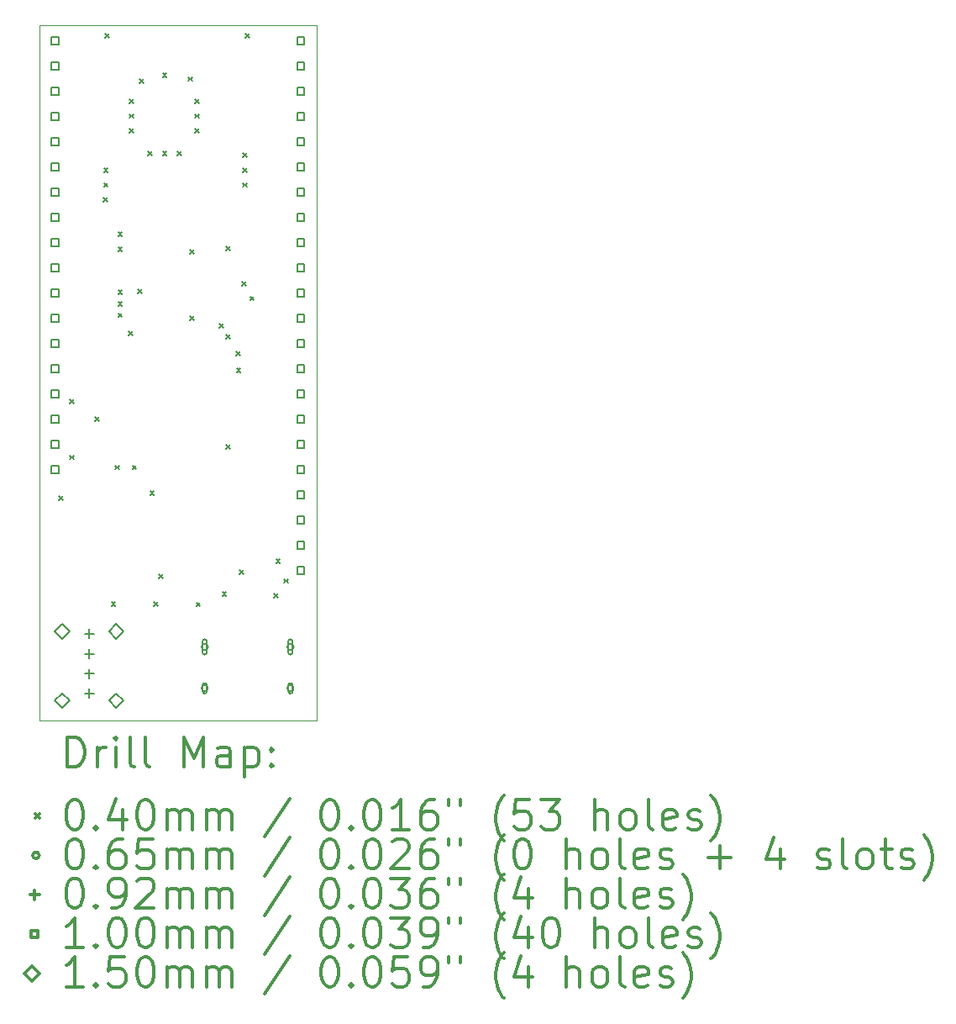
<source format=gbr>
%FSLAX45Y45*%
G04 Gerber Fmt 4.5, Leading zero omitted, Abs format (unit mm)*
G04 Created by KiCad (PCBNEW 5.1.9-73d0e3b20d~88~ubuntu20.04.1) date 2021-03-20 23:28:36*
%MOMM*%
%LPD*%
G01*
G04 APERTURE LIST*
%TA.AperFunction,Profile*%
%ADD10C,0.100000*%
%TD*%
%ADD11C,0.200000*%
%ADD12C,0.300000*%
G04 APERTURE END LIST*
D10*
X16480000Y-6710000D02*
X16480000Y-13710000D01*
X13690000Y-6710000D02*
X16480000Y-6710000D01*
X13690000Y-13710000D02*
X13690000Y-6710000D01*
X16480000Y-13710000D02*
X13690000Y-13710000D01*
D11*
X13884976Y-11453434D02*
X13924976Y-11493434D01*
X13924976Y-11453434D02*
X13884976Y-11493434D01*
X13997000Y-11042000D02*
X14037000Y-11082000D01*
X14037000Y-11042000D02*
X13997000Y-11082000D01*
X13997000Y-10479000D02*
X14037000Y-10519000D01*
X14037000Y-10479000D02*
X13997000Y-10519000D01*
X14247000Y-10656000D02*
X14287000Y-10696000D01*
X14287000Y-10656000D02*
X14247000Y-10696000D01*
X14335064Y-8450138D02*
X14375064Y-8490138D01*
X14375064Y-8450138D02*
X14335064Y-8490138D01*
X14336080Y-8149910D02*
X14376080Y-8189910D01*
X14376080Y-8149910D02*
X14336080Y-8189910D01*
X14336080Y-8300024D02*
X14376080Y-8340024D01*
X14376080Y-8300024D02*
X14336080Y-8340024D01*
X14352690Y-6800000D02*
X14392690Y-6840000D01*
X14392690Y-6800000D02*
X14352690Y-6840000D01*
X14412500Y-12520500D02*
X14452500Y-12560500D01*
X14452500Y-12520500D02*
X14412500Y-12560500D01*
X14449000Y-11144000D02*
X14489000Y-11184000D01*
X14489000Y-11144000D02*
X14449000Y-11184000D01*
X14480793Y-8794207D02*
X14520793Y-8834207D01*
X14520793Y-8794207D02*
X14480793Y-8834207D01*
X14480793Y-8946793D02*
X14520793Y-8986793D01*
X14520793Y-8946793D02*
X14480793Y-8986793D01*
X14480793Y-9376793D02*
X14520793Y-9416793D01*
X14520793Y-9376793D02*
X14480793Y-9416793D01*
X14480793Y-9495000D02*
X14520793Y-9535000D01*
X14520793Y-9495000D02*
X14480793Y-9535000D01*
X14480793Y-9613207D02*
X14520793Y-9653207D01*
X14520793Y-9613207D02*
X14480793Y-9653207D01*
X14590000Y-9795000D02*
X14630000Y-9835000D01*
X14630000Y-9795000D02*
X14590000Y-9835000D01*
X14598000Y-7455000D02*
X14638000Y-7495000D01*
X14638000Y-7455000D02*
X14598000Y-7495000D01*
X14598000Y-7605000D02*
X14638000Y-7645000D01*
X14638000Y-7605000D02*
X14598000Y-7645000D01*
X14598000Y-7755000D02*
X14638000Y-7795000D01*
X14638000Y-7755000D02*
X14598000Y-7795000D01*
X14625738Y-11144684D02*
X14665738Y-11184684D01*
X14665738Y-11144684D02*
X14625738Y-11184684D01*
X14678000Y-9372000D02*
X14718000Y-9412000D01*
X14718000Y-9372000D02*
X14678000Y-9412000D01*
X14699000Y-7255000D02*
X14739000Y-7295000D01*
X14739000Y-7255000D02*
X14699000Y-7295000D01*
X14781000Y-7981000D02*
X14821000Y-8021000D01*
X14821000Y-7981000D02*
X14781000Y-8021000D01*
X14802000Y-11402000D02*
X14842000Y-11442000D01*
X14842000Y-11402000D02*
X14802000Y-11442000D01*
X14839500Y-12521500D02*
X14879500Y-12561500D01*
X14879500Y-12521500D02*
X14839500Y-12561500D01*
X14891000Y-12240000D02*
X14931000Y-12280000D01*
X14931000Y-12240000D02*
X14891000Y-12280000D01*
X14930000Y-7195000D02*
X14970000Y-7235000D01*
X14970000Y-7195000D02*
X14930000Y-7235000D01*
X14931000Y-7981000D02*
X14971000Y-8021000D01*
X14971000Y-7981000D02*
X14931000Y-8021000D01*
X15081000Y-7981000D02*
X15121000Y-8021000D01*
X15121000Y-7981000D02*
X15081000Y-8021000D01*
X15187000Y-7233000D02*
X15227000Y-7273000D01*
X15227000Y-7233000D02*
X15187000Y-7273000D01*
X15204000Y-9639500D02*
X15244000Y-9679500D01*
X15244000Y-9639500D02*
X15204000Y-9679500D01*
X15206000Y-8972000D02*
X15246000Y-9012000D01*
X15246000Y-8972000D02*
X15206000Y-9012000D01*
X15253000Y-7755000D02*
X15293000Y-7795000D01*
X15293000Y-7755000D02*
X15253000Y-7795000D01*
X15253100Y-7605000D02*
X15293100Y-7645000D01*
X15293100Y-7605000D02*
X15253100Y-7645000D01*
X15254000Y-7455000D02*
X15294000Y-7495000D01*
X15294000Y-7455000D02*
X15254000Y-7495000D01*
X15268000Y-12525000D02*
X15308000Y-12565000D01*
X15308000Y-12525000D02*
X15268000Y-12565000D01*
X15499000Y-9721000D02*
X15539000Y-9761000D01*
X15539000Y-9721000D02*
X15499000Y-9761000D01*
X15530000Y-12416000D02*
X15570000Y-12456000D01*
X15570000Y-12416000D02*
X15530000Y-12456000D01*
X15569000Y-8938000D02*
X15609000Y-8978000D01*
X15609000Y-8938000D02*
X15569000Y-8978000D01*
X15572000Y-9829000D02*
X15612000Y-9869000D01*
X15612000Y-9829000D02*
X15572000Y-9869000D01*
X15572000Y-10940000D02*
X15612000Y-10980000D01*
X15612000Y-10940000D02*
X15572000Y-10980000D01*
X15673000Y-9995000D02*
X15713000Y-10035000D01*
X15713000Y-9995000D02*
X15673000Y-10035000D01*
X15675000Y-10167000D02*
X15715000Y-10207000D01*
X15715000Y-10167000D02*
X15675000Y-10207000D01*
X15707000Y-12196000D02*
X15747000Y-12236000D01*
X15747000Y-12196000D02*
X15707000Y-12236000D01*
X15727000Y-9295000D02*
X15767000Y-9335000D01*
X15767000Y-9295000D02*
X15727000Y-9335000D01*
X15738414Y-7999796D02*
X15778414Y-8039796D01*
X15778414Y-7999796D02*
X15738414Y-8039796D01*
X15738414Y-8149910D02*
X15778414Y-8189910D01*
X15778414Y-8149910D02*
X15738414Y-8189910D01*
X15738414Y-8299770D02*
X15778414Y-8339770D01*
X15778414Y-8299770D02*
X15738414Y-8339770D01*
X15761174Y-6800000D02*
X15801174Y-6840000D01*
X15801174Y-6800000D02*
X15761174Y-6840000D01*
X15811000Y-9442000D02*
X15851000Y-9482000D01*
X15851000Y-9442000D02*
X15811000Y-9482000D01*
X16051000Y-12437000D02*
X16091000Y-12477000D01*
X16091000Y-12437000D02*
X16051000Y-12477000D01*
X16072000Y-12087000D02*
X16112000Y-12127000D01*
X16112000Y-12087000D02*
X16072000Y-12127000D01*
X16151498Y-12287502D02*
X16191498Y-12327502D01*
X16191498Y-12287502D02*
X16151498Y-12327502D01*
X15386500Y-12972000D02*
G75*
G03*
X15386500Y-12972000I-32500J0D01*
G01*
X15331500Y-12917000D02*
X15331500Y-13027000D01*
X15376500Y-12917000D02*
X15376500Y-13027000D01*
X15331500Y-13027000D02*
G75*
G03*
X15376500Y-13027000I22500J0D01*
G01*
X15376500Y-12917000D02*
G75*
G03*
X15331500Y-12917000I-22500J0D01*
G01*
X15386500Y-13390000D02*
G75*
G03*
X15386500Y-13390000I-32500J0D01*
G01*
X15331500Y-13360000D02*
X15331500Y-13420000D01*
X15376500Y-13360000D02*
X15376500Y-13420000D01*
X15331500Y-13420000D02*
G75*
G03*
X15376500Y-13420000I22500J0D01*
G01*
X15376500Y-13360000D02*
G75*
G03*
X15331500Y-13360000I-22500J0D01*
G01*
X16250500Y-12972000D02*
G75*
G03*
X16250500Y-12972000I-32500J0D01*
G01*
X16195500Y-12917000D02*
X16195500Y-13027000D01*
X16240500Y-12917000D02*
X16240500Y-13027000D01*
X16195500Y-13027000D02*
G75*
G03*
X16240500Y-13027000I22500J0D01*
G01*
X16240500Y-12917000D02*
G75*
G03*
X16195500Y-12917000I-22500J0D01*
G01*
X16250500Y-13390000D02*
G75*
G03*
X16250500Y-13390000I-32500J0D01*
G01*
X16195500Y-13360000D02*
X16195500Y-13420000D01*
X16240500Y-13360000D02*
X16240500Y-13420000D01*
X16195500Y-13420000D02*
G75*
G03*
X16240500Y-13420000I22500J0D01*
G01*
X16240500Y-13360000D02*
G75*
G03*
X16195500Y-13360000I-22500J0D01*
G01*
X14190000Y-12794000D02*
X14190000Y-12886000D01*
X14144000Y-12840000D02*
X14236000Y-12840000D01*
X14190000Y-12994000D02*
X14190000Y-13086000D01*
X14144000Y-13040000D02*
X14236000Y-13040000D01*
X14190000Y-13194000D02*
X14190000Y-13286000D01*
X14144000Y-13240000D02*
X14236000Y-13240000D01*
X14190000Y-13394000D02*
X14190000Y-13486000D01*
X14144000Y-13440000D02*
X14236000Y-13440000D01*
X13880356Y-6902856D02*
X13880356Y-6832144D01*
X13809644Y-6832144D01*
X13809644Y-6902856D01*
X13880356Y-6902856D01*
X13880356Y-7156856D02*
X13880356Y-7086144D01*
X13809644Y-7086144D01*
X13809644Y-7156856D01*
X13880356Y-7156856D01*
X13880356Y-7410856D02*
X13880356Y-7340144D01*
X13809644Y-7340144D01*
X13809644Y-7410856D01*
X13880356Y-7410856D01*
X13880356Y-7664856D02*
X13880356Y-7594144D01*
X13809644Y-7594144D01*
X13809644Y-7664856D01*
X13880356Y-7664856D01*
X13880356Y-7918856D02*
X13880356Y-7848144D01*
X13809644Y-7848144D01*
X13809644Y-7918856D01*
X13880356Y-7918856D01*
X13880356Y-8172856D02*
X13880356Y-8102144D01*
X13809644Y-8102144D01*
X13809644Y-8172856D01*
X13880356Y-8172856D01*
X13880356Y-8426856D02*
X13880356Y-8356144D01*
X13809644Y-8356144D01*
X13809644Y-8426856D01*
X13880356Y-8426856D01*
X13880356Y-8680856D02*
X13880356Y-8610144D01*
X13809644Y-8610144D01*
X13809644Y-8680856D01*
X13880356Y-8680856D01*
X13880356Y-8934856D02*
X13880356Y-8864144D01*
X13809644Y-8864144D01*
X13809644Y-8934856D01*
X13880356Y-8934856D01*
X13880356Y-9188856D02*
X13880356Y-9118144D01*
X13809644Y-9118144D01*
X13809644Y-9188856D01*
X13880356Y-9188856D01*
X13880356Y-9442856D02*
X13880356Y-9372144D01*
X13809644Y-9372144D01*
X13809644Y-9442856D01*
X13880356Y-9442856D01*
X13880356Y-9696856D02*
X13880356Y-9626144D01*
X13809644Y-9626144D01*
X13809644Y-9696856D01*
X13880356Y-9696856D01*
X13880356Y-9950856D02*
X13880356Y-9880144D01*
X13809644Y-9880144D01*
X13809644Y-9950856D01*
X13880356Y-9950856D01*
X13880356Y-10204856D02*
X13880356Y-10134144D01*
X13809644Y-10134144D01*
X13809644Y-10204856D01*
X13880356Y-10204856D01*
X13880356Y-10458856D02*
X13880356Y-10388144D01*
X13809644Y-10388144D01*
X13809644Y-10458856D01*
X13880356Y-10458856D01*
X13880356Y-10712856D02*
X13880356Y-10642144D01*
X13809644Y-10642144D01*
X13809644Y-10712856D01*
X13880356Y-10712856D01*
X13880356Y-10966856D02*
X13880356Y-10896144D01*
X13809644Y-10896144D01*
X13809644Y-10966856D01*
X13880356Y-10966856D01*
X13880356Y-11220856D02*
X13880356Y-11150144D01*
X13809644Y-11150144D01*
X13809644Y-11220856D01*
X13880356Y-11220856D01*
X16359356Y-6902856D02*
X16359356Y-6832144D01*
X16288644Y-6832144D01*
X16288644Y-6902856D01*
X16359356Y-6902856D01*
X16359356Y-7156856D02*
X16359356Y-7086144D01*
X16288644Y-7086144D01*
X16288644Y-7156856D01*
X16359356Y-7156856D01*
X16359356Y-7410856D02*
X16359356Y-7340144D01*
X16288644Y-7340144D01*
X16288644Y-7410856D01*
X16359356Y-7410856D01*
X16359356Y-7664856D02*
X16359356Y-7594144D01*
X16288644Y-7594144D01*
X16288644Y-7664856D01*
X16359356Y-7664856D01*
X16359356Y-7918856D02*
X16359356Y-7848144D01*
X16288644Y-7848144D01*
X16288644Y-7918856D01*
X16359356Y-7918856D01*
X16359356Y-8172856D02*
X16359356Y-8102144D01*
X16288644Y-8102144D01*
X16288644Y-8172856D01*
X16359356Y-8172856D01*
X16359356Y-8426856D02*
X16359356Y-8356144D01*
X16288644Y-8356144D01*
X16288644Y-8426856D01*
X16359356Y-8426856D01*
X16359356Y-8680856D02*
X16359356Y-8610144D01*
X16288644Y-8610144D01*
X16288644Y-8680856D01*
X16359356Y-8680856D01*
X16359356Y-8934856D02*
X16359356Y-8864144D01*
X16288644Y-8864144D01*
X16288644Y-8934856D01*
X16359356Y-8934856D01*
X16359356Y-9188856D02*
X16359356Y-9118144D01*
X16288644Y-9118144D01*
X16288644Y-9188856D01*
X16359356Y-9188856D01*
X16359356Y-9442856D02*
X16359356Y-9372144D01*
X16288644Y-9372144D01*
X16288644Y-9442856D01*
X16359356Y-9442856D01*
X16359356Y-9696856D02*
X16359356Y-9626144D01*
X16288644Y-9626144D01*
X16288644Y-9696856D01*
X16359356Y-9696856D01*
X16359356Y-9950856D02*
X16359356Y-9880144D01*
X16288644Y-9880144D01*
X16288644Y-9950856D01*
X16359356Y-9950856D01*
X16359356Y-10204856D02*
X16359356Y-10134144D01*
X16288644Y-10134144D01*
X16288644Y-10204856D01*
X16359356Y-10204856D01*
X16359356Y-10458856D02*
X16359356Y-10388144D01*
X16288644Y-10388144D01*
X16288644Y-10458856D01*
X16359356Y-10458856D01*
X16359356Y-10712856D02*
X16359356Y-10642144D01*
X16288644Y-10642144D01*
X16288644Y-10712856D01*
X16359356Y-10712856D01*
X16359356Y-10966856D02*
X16359356Y-10896144D01*
X16288644Y-10896144D01*
X16288644Y-10966856D01*
X16359356Y-10966856D01*
X16359356Y-11220856D02*
X16359356Y-11150144D01*
X16288644Y-11150144D01*
X16288644Y-11220856D01*
X16359356Y-11220856D01*
X16359356Y-11474856D02*
X16359356Y-11404144D01*
X16288644Y-11404144D01*
X16288644Y-11474856D01*
X16359356Y-11474856D01*
X16359356Y-11728856D02*
X16359356Y-11658144D01*
X16288644Y-11658144D01*
X16288644Y-11728856D01*
X16359356Y-11728856D01*
X16359356Y-11982856D02*
X16359356Y-11912144D01*
X16288644Y-11912144D01*
X16288644Y-11982856D01*
X16359356Y-11982856D01*
X16359356Y-12236856D02*
X16359356Y-12166144D01*
X16288644Y-12166144D01*
X16288644Y-12236856D01*
X16359356Y-12236856D01*
X13918000Y-12888000D02*
X13993000Y-12813000D01*
X13918000Y-12738000D01*
X13843000Y-12813000D01*
X13918000Y-12888000D01*
X13918000Y-13588000D02*
X13993000Y-13513000D01*
X13918000Y-13438000D01*
X13843000Y-13513000D01*
X13918000Y-13588000D01*
X14462000Y-12888000D02*
X14537000Y-12813000D01*
X14462000Y-12738000D01*
X14387000Y-12813000D01*
X14462000Y-12888000D01*
X14462000Y-13588000D02*
X14537000Y-13513000D01*
X14462000Y-13438000D01*
X14387000Y-13513000D01*
X14462000Y-13588000D01*
D12*
X13971428Y-14180714D02*
X13971428Y-13880714D01*
X14042857Y-13880714D01*
X14085714Y-13895000D01*
X14114286Y-13923571D01*
X14128571Y-13952143D01*
X14142857Y-14009286D01*
X14142857Y-14052143D01*
X14128571Y-14109286D01*
X14114286Y-14137857D01*
X14085714Y-14166429D01*
X14042857Y-14180714D01*
X13971428Y-14180714D01*
X14271428Y-14180714D02*
X14271428Y-13980714D01*
X14271428Y-14037857D02*
X14285714Y-14009286D01*
X14300000Y-13995000D01*
X14328571Y-13980714D01*
X14357143Y-13980714D01*
X14457143Y-14180714D02*
X14457143Y-13980714D01*
X14457143Y-13880714D02*
X14442857Y-13895000D01*
X14457143Y-13909286D01*
X14471428Y-13895000D01*
X14457143Y-13880714D01*
X14457143Y-13909286D01*
X14642857Y-14180714D02*
X14614286Y-14166429D01*
X14600000Y-14137857D01*
X14600000Y-13880714D01*
X14800000Y-14180714D02*
X14771428Y-14166429D01*
X14757143Y-14137857D01*
X14757143Y-13880714D01*
X15142857Y-14180714D02*
X15142857Y-13880714D01*
X15242857Y-14095000D01*
X15342857Y-13880714D01*
X15342857Y-14180714D01*
X15614286Y-14180714D02*
X15614286Y-14023571D01*
X15600000Y-13995000D01*
X15571428Y-13980714D01*
X15514286Y-13980714D01*
X15485714Y-13995000D01*
X15614286Y-14166429D02*
X15585714Y-14180714D01*
X15514286Y-14180714D01*
X15485714Y-14166429D01*
X15471428Y-14137857D01*
X15471428Y-14109286D01*
X15485714Y-14080714D01*
X15514286Y-14066429D01*
X15585714Y-14066429D01*
X15614286Y-14052143D01*
X15757143Y-13980714D02*
X15757143Y-14280714D01*
X15757143Y-13995000D02*
X15785714Y-13980714D01*
X15842857Y-13980714D01*
X15871428Y-13995000D01*
X15885714Y-14009286D01*
X15900000Y-14037857D01*
X15900000Y-14123571D01*
X15885714Y-14152143D01*
X15871428Y-14166429D01*
X15842857Y-14180714D01*
X15785714Y-14180714D01*
X15757143Y-14166429D01*
X16028571Y-14152143D02*
X16042857Y-14166429D01*
X16028571Y-14180714D01*
X16014286Y-14166429D01*
X16028571Y-14152143D01*
X16028571Y-14180714D01*
X16028571Y-13995000D02*
X16042857Y-14009286D01*
X16028571Y-14023571D01*
X16014286Y-14009286D01*
X16028571Y-13995000D01*
X16028571Y-14023571D01*
X13645000Y-14655000D02*
X13685000Y-14695000D01*
X13685000Y-14655000D02*
X13645000Y-14695000D01*
X14028571Y-14510714D02*
X14057143Y-14510714D01*
X14085714Y-14525000D01*
X14100000Y-14539286D01*
X14114286Y-14567857D01*
X14128571Y-14625000D01*
X14128571Y-14696429D01*
X14114286Y-14753571D01*
X14100000Y-14782143D01*
X14085714Y-14796429D01*
X14057143Y-14810714D01*
X14028571Y-14810714D01*
X14000000Y-14796429D01*
X13985714Y-14782143D01*
X13971428Y-14753571D01*
X13957143Y-14696429D01*
X13957143Y-14625000D01*
X13971428Y-14567857D01*
X13985714Y-14539286D01*
X14000000Y-14525000D01*
X14028571Y-14510714D01*
X14257143Y-14782143D02*
X14271428Y-14796429D01*
X14257143Y-14810714D01*
X14242857Y-14796429D01*
X14257143Y-14782143D01*
X14257143Y-14810714D01*
X14528571Y-14610714D02*
X14528571Y-14810714D01*
X14457143Y-14496429D02*
X14385714Y-14710714D01*
X14571428Y-14710714D01*
X14742857Y-14510714D02*
X14771428Y-14510714D01*
X14800000Y-14525000D01*
X14814286Y-14539286D01*
X14828571Y-14567857D01*
X14842857Y-14625000D01*
X14842857Y-14696429D01*
X14828571Y-14753571D01*
X14814286Y-14782143D01*
X14800000Y-14796429D01*
X14771428Y-14810714D01*
X14742857Y-14810714D01*
X14714286Y-14796429D01*
X14700000Y-14782143D01*
X14685714Y-14753571D01*
X14671428Y-14696429D01*
X14671428Y-14625000D01*
X14685714Y-14567857D01*
X14700000Y-14539286D01*
X14714286Y-14525000D01*
X14742857Y-14510714D01*
X14971428Y-14810714D02*
X14971428Y-14610714D01*
X14971428Y-14639286D02*
X14985714Y-14625000D01*
X15014286Y-14610714D01*
X15057143Y-14610714D01*
X15085714Y-14625000D01*
X15100000Y-14653571D01*
X15100000Y-14810714D01*
X15100000Y-14653571D02*
X15114286Y-14625000D01*
X15142857Y-14610714D01*
X15185714Y-14610714D01*
X15214286Y-14625000D01*
X15228571Y-14653571D01*
X15228571Y-14810714D01*
X15371428Y-14810714D02*
X15371428Y-14610714D01*
X15371428Y-14639286D02*
X15385714Y-14625000D01*
X15414286Y-14610714D01*
X15457143Y-14610714D01*
X15485714Y-14625000D01*
X15500000Y-14653571D01*
X15500000Y-14810714D01*
X15500000Y-14653571D02*
X15514286Y-14625000D01*
X15542857Y-14610714D01*
X15585714Y-14610714D01*
X15614286Y-14625000D01*
X15628571Y-14653571D01*
X15628571Y-14810714D01*
X16214286Y-14496429D02*
X15957143Y-14882143D01*
X16600000Y-14510714D02*
X16628571Y-14510714D01*
X16657143Y-14525000D01*
X16671428Y-14539286D01*
X16685714Y-14567857D01*
X16700000Y-14625000D01*
X16700000Y-14696429D01*
X16685714Y-14753571D01*
X16671428Y-14782143D01*
X16657143Y-14796429D01*
X16628571Y-14810714D01*
X16600000Y-14810714D01*
X16571428Y-14796429D01*
X16557143Y-14782143D01*
X16542857Y-14753571D01*
X16528571Y-14696429D01*
X16528571Y-14625000D01*
X16542857Y-14567857D01*
X16557143Y-14539286D01*
X16571428Y-14525000D01*
X16600000Y-14510714D01*
X16828571Y-14782143D02*
X16842857Y-14796429D01*
X16828571Y-14810714D01*
X16814286Y-14796429D01*
X16828571Y-14782143D01*
X16828571Y-14810714D01*
X17028571Y-14510714D02*
X17057143Y-14510714D01*
X17085714Y-14525000D01*
X17100000Y-14539286D01*
X17114286Y-14567857D01*
X17128571Y-14625000D01*
X17128571Y-14696429D01*
X17114286Y-14753571D01*
X17100000Y-14782143D01*
X17085714Y-14796429D01*
X17057143Y-14810714D01*
X17028571Y-14810714D01*
X17000000Y-14796429D01*
X16985714Y-14782143D01*
X16971428Y-14753571D01*
X16957143Y-14696429D01*
X16957143Y-14625000D01*
X16971428Y-14567857D01*
X16985714Y-14539286D01*
X17000000Y-14525000D01*
X17028571Y-14510714D01*
X17414286Y-14810714D02*
X17242857Y-14810714D01*
X17328571Y-14810714D02*
X17328571Y-14510714D01*
X17300000Y-14553571D01*
X17271428Y-14582143D01*
X17242857Y-14596429D01*
X17671428Y-14510714D02*
X17614286Y-14510714D01*
X17585714Y-14525000D01*
X17571428Y-14539286D01*
X17542857Y-14582143D01*
X17528571Y-14639286D01*
X17528571Y-14753571D01*
X17542857Y-14782143D01*
X17557143Y-14796429D01*
X17585714Y-14810714D01*
X17642857Y-14810714D01*
X17671428Y-14796429D01*
X17685714Y-14782143D01*
X17700000Y-14753571D01*
X17700000Y-14682143D01*
X17685714Y-14653571D01*
X17671428Y-14639286D01*
X17642857Y-14625000D01*
X17585714Y-14625000D01*
X17557143Y-14639286D01*
X17542857Y-14653571D01*
X17528571Y-14682143D01*
X17814286Y-14510714D02*
X17814286Y-14567857D01*
X17928571Y-14510714D02*
X17928571Y-14567857D01*
X18371428Y-14925000D02*
X18357143Y-14910714D01*
X18328571Y-14867857D01*
X18314286Y-14839286D01*
X18300000Y-14796429D01*
X18285714Y-14725000D01*
X18285714Y-14667857D01*
X18300000Y-14596429D01*
X18314286Y-14553571D01*
X18328571Y-14525000D01*
X18357143Y-14482143D01*
X18371428Y-14467857D01*
X18628571Y-14510714D02*
X18485714Y-14510714D01*
X18471428Y-14653571D01*
X18485714Y-14639286D01*
X18514286Y-14625000D01*
X18585714Y-14625000D01*
X18614286Y-14639286D01*
X18628571Y-14653571D01*
X18642857Y-14682143D01*
X18642857Y-14753571D01*
X18628571Y-14782143D01*
X18614286Y-14796429D01*
X18585714Y-14810714D01*
X18514286Y-14810714D01*
X18485714Y-14796429D01*
X18471428Y-14782143D01*
X18742857Y-14510714D02*
X18928571Y-14510714D01*
X18828571Y-14625000D01*
X18871428Y-14625000D01*
X18900000Y-14639286D01*
X18914286Y-14653571D01*
X18928571Y-14682143D01*
X18928571Y-14753571D01*
X18914286Y-14782143D01*
X18900000Y-14796429D01*
X18871428Y-14810714D01*
X18785714Y-14810714D01*
X18757143Y-14796429D01*
X18742857Y-14782143D01*
X19285714Y-14810714D02*
X19285714Y-14510714D01*
X19414286Y-14810714D02*
X19414286Y-14653571D01*
X19400000Y-14625000D01*
X19371428Y-14610714D01*
X19328571Y-14610714D01*
X19300000Y-14625000D01*
X19285714Y-14639286D01*
X19600000Y-14810714D02*
X19571428Y-14796429D01*
X19557143Y-14782143D01*
X19542857Y-14753571D01*
X19542857Y-14667857D01*
X19557143Y-14639286D01*
X19571428Y-14625000D01*
X19600000Y-14610714D01*
X19642857Y-14610714D01*
X19671428Y-14625000D01*
X19685714Y-14639286D01*
X19700000Y-14667857D01*
X19700000Y-14753571D01*
X19685714Y-14782143D01*
X19671428Y-14796429D01*
X19642857Y-14810714D01*
X19600000Y-14810714D01*
X19871428Y-14810714D02*
X19842857Y-14796429D01*
X19828571Y-14767857D01*
X19828571Y-14510714D01*
X20100000Y-14796429D02*
X20071428Y-14810714D01*
X20014286Y-14810714D01*
X19985714Y-14796429D01*
X19971428Y-14767857D01*
X19971428Y-14653571D01*
X19985714Y-14625000D01*
X20014286Y-14610714D01*
X20071428Y-14610714D01*
X20100000Y-14625000D01*
X20114286Y-14653571D01*
X20114286Y-14682143D01*
X19971428Y-14710714D01*
X20228571Y-14796429D02*
X20257143Y-14810714D01*
X20314286Y-14810714D01*
X20342857Y-14796429D01*
X20357143Y-14767857D01*
X20357143Y-14753571D01*
X20342857Y-14725000D01*
X20314286Y-14710714D01*
X20271428Y-14710714D01*
X20242857Y-14696429D01*
X20228571Y-14667857D01*
X20228571Y-14653571D01*
X20242857Y-14625000D01*
X20271428Y-14610714D01*
X20314286Y-14610714D01*
X20342857Y-14625000D01*
X20457143Y-14925000D02*
X20471428Y-14910714D01*
X20500000Y-14867857D01*
X20514286Y-14839286D01*
X20528571Y-14796429D01*
X20542857Y-14725000D01*
X20542857Y-14667857D01*
X20528571Y-14596429D01*
X20514286Y-14553571D01*
X20500000Y-14525000D01*
X20471428Y-14482143D01*
X20457143Y-14467857D01*
X13685000Y-15071000D02*
G75*
G03*
X13685000Y-15071000I-32500J0D01*
G01*
X14028571Y-14906714D02*
X14057143Y-14906714D01*
X14085714Y-14921000D01*
X14100000Y-14935286D01*
X14114286Y-14963857D01*
X14128571Y-15021000D01*
X14128571Y-15092429D01*
X14114286Y-15149571D01*
X14100000Y-15178143D01*
X14085714Y-15192429D01*
X14057143Y-15206714D01*
X14028571Y-15206714D01*
X14000000Y-15192429D01*
X13985714Y-15178143D01*
X13971428Y-15149571D01*
X13957143Y-15092429D01*
X13957143Y-15021000D01*
X13971428Y-14963857D01*
X13985714Y-14935286D01*
X14000000Y-14921000D01*
X14028571Y-14906714D01*
X14257143Y-15178143D02*
X14271428Y-15192429D01*
X14257143Y-15206714D01*
X14242857Y-15192429D01*
X14257143Y-15178143D01*
X14257143Y-15206714D01*
X14528571Y-14906714D02*
X14471428Y-14906714D01*
X14442857Y-14921000D01*
X14428571Y-14935286D01*
X14400000Y-14978143D01*
X14385714Y-15035286D01*
X14385714Y-15149571D01*
X14400000Y-15178143D01*
X14414286Y-15192429D01*
X14442857Y-15206714D01*
X14500000Y-15206714D01*
X14528571Y-15192429D01*
X14542857Y-15178143D01*
X14557143Y-15149571D01*
X14557143Y-15078143D01*
X14542857Y-15049571D01*
X14528571Y-15035286D01*
X14500000Y-15021000D01*
X14442857Y-15021000D01*
X14414286Y-15035286D01*
X14400000Y-15049571D01*
X14385714Y-15078143D01*
X14828571Y-14906714D02*
X14685714Y-14906714D01*
X14671428Y-15049571D01*
X14685714Y-15035286D01*
X14714286Y-15021000D01*
X14785714Y-15021000D01*
X14814286Y-15035286D01*
X14828571Y-15049571D01*
X14842857Y-15078143D01*
X14842857Y-15149571D01*
X14828571Y-15178143D01*
X14814286Y-15192429D01*
X14785714Y-15206714D01*
X14714286Y-15206714D01*
X14685714Y-15192429D01*
X14671428Y-15178143D01*
X14971428Y-15206714D02*
X14971428Y-15006714D01*
X14971428Y-15035286D02*
X14985714Y-15021000D01*
X15014286Y-15006714D01*
X15057143Y-15006714D01*
X15085714Y-15021000D01*
X15100000Y-15049571D01*
X15100000Y-15206714D01*
X15100000Y-15049571D02*
X15114286Y-15021000D01*
X15142857Y-15006714D01*
X15185714Y-15006714D01*
X15214286Y-15021000D01*
X15228571Y-15049571D01*
X15228571Y-15206714D01*
X15371428Y-15206714D02*
X15371428Y-15006714D01*
X15371428Y-15035286D02*
X15385714Y-15021000D01*
X15414286Y-15006714D01*
X15457143Y-15006714D01*
X15485714Y-15021000D01*
X15500000Y-15049571D01*
X15500000Y-15206714D01*
X15500000Y-15049571D02*
X15514286Y-15021000D01*
X15542857Y-15006714D01*
X15585714Y-15006714D01*
X15614286Y-15021000D01*
X15628571Y-15049571D01*
X15628571Y-15206714D01*
X16214286Y-14892429D02*
X15957143Y-15278143D01*
X16600000Y-14906714D02*
X16628571Y-14906714D01*
X16657143Y-14921000D01*
X16671428Y-14935286D01*
X16685714Y-14963857D01*
X16700000Y-15021000D01*
X16700000Y-15092429D01*
X16685714Y-15149571D01*
X16671428Y-15178143D01*
X16657143Y-15192429D01*
X16628571Y-15206714D01*
X16600000Y-15206714D01*
X16571428Y-15192429D01*
X16557143Y-15178143D01*
X16542857Y-15149571D01*
X16528571Y-15092429D01*
X16528571Y-15021000D01*
X16542857Y-14963857D01*
X16557143Y-14935286D01*
X16571428Y-14921000D01*
X16600000Y-14906714D01*
X16828571Y-15178143D02*
X16842857Y-15192429D01*
X16828571Y-15206714D01*
X16814286Y-15192429D01*
X16828571Y-15178143D01*
X16828571Y-15206714D01*
X17028571Y-14906714D02*
X17057143Y-14906714D01*
X17085714Y-14921000D01*
X17100000Y-14935286D01*
X17114286Y-14963857D01*
X17128571Y-15021000D01*
X17128571Y-15092429D01*
X17114286Y-15149571D01*
X17100000Y-15178143D01*
X17085714Y-15192429D01*
X17057143Y-15206714D01*
X17028571Y-15206714D01*
X17000000Y-15192429D01*
X16985714Y-15178143D01*
X16971428Y-15149571D01*
X16957143Y-15092429D01*
X16957143Y-15021000D01*
X16971428Y-14963857D01*
X16985714Y-14935286D01*
X17000000Y-14921000D01*
X17028571Y-14906714D01*
X17242857Y-14935286D02*
X17257143Y-14921000D01*
X17285714Y-14906714D01*
X17357143Y-14906714D01*
X17385714Y-14921000D01*
X17400000Y-14935286D01*
X17414286Y-14963857D01*
X17414286Y-14992429D01*
X17400000Y-15035286D01*
X17228571Y-15206714D01*
X17414286Y-15206714D01*
X17671428Y-14906714D02*
X17614286Y-14906714D01*
X17585714Y-14921000D01*
X17571428Y-14935286D01*
X17542857Y-14978143D01*
X17528571Y-15035286D01*
X17528571Y-15149571D01*
X17542857Y-15178143D01*
X17557143Y-15192429D01*
X17585714Y-15206714D01*
X17642857Y-15206714D01*
X17671428Y-15192429D01*
X17685714Y-15178143D01*
X17700000Y-15149571D01*
X17700000Y-15078143D01*
X17685714Y-15049571D01*
X17671428Y-15035286D01*
X17642857Y-15021000D01*
X17585714Y-15021000D01*
X17557143Y-15035286D01*
X17542857Y-15049571D01*
X17528571Y-15078143D01*
X17814286Y-14906714D02*
X17814286Y-14963857D01*
X17928571Y-14906714D02*
X17928571Y-14963857D01*
X18371428Y-15321000D02*
X18357143Y-15306714D01*
X18328571Y-15263857D01*
X18314286Y-15235286D01*
X18300000Y-15192429D01*
X18285714Y-15121000D01*
X18285714Y-15063857D01*
X18300000Y-14992429D01*
X18314286Y-14949571D01*
X18328571Y-14921000D01*
X18357143Y-14878143D01*
X18371428Y-14863857D01*
X18542857Y-14906714D02*
X18571428Y-14906714D01*
X18600000Y-14921000D01*
X18614286Y-14935286D01*
X18628571Y-14963857D01*
X18642857Y-15021000D01*
X18642857Y-15092429D01*
X18628571Y-15149571D01*
X18614286Y-15178143D01*
X18600000Y-15192429D01*
X18571428Y-15206714D01*
X18542857Y-15206714D01*
X18514286Y-15192429D01*
X18500000Y-15178143D01*
X18485714Y-15149571D01*
X18471428Y-15092429D01*
X18471428Y-15021000D01*
X18485714Y-14963857D01*
X18500000Y-14935286D01*
X18514286Y-14921000D01*
X18542857Y-14906714D01*
X19000000Y-15206714D02*
X19000000Y-14906714D01*
X19128571Y-15206714D02*
X19128571Y-15049571D01*
X19114286Y-15021000D01*
X19085714Y-15006714D01*
X19042857Y-15006714D01*
X19014286Y-15021000D01*
X19000000Y-15035286D01*
X19314286Y-15206714D02*
X19285714Y-15192429D01*
X19271428Y-15178143D01*
X19257143Y-15149571D01*
X19257143Y-15063857D01*
X19271428Y-15035286D01*
X19285714Y-15021000D01*
X19314286Y-15006714D01*
X19357143Y-15006714D01*
X19385714Y-15021000D01*
X19400000Y-15035286D01*
X19414286Y-15063857D01*
X19414286Y-15149571D01*
X19400000Y-15178143D01*
X19385714Y-15192429D01*
X19357143Y-15206714D01*
X19314286Y-15206714D01*
X19585714Y-15206714D02*
X19557143Y-15192429D01*
X19542857Y-15163857D01*
X19542857Y-14906714D01*
X19814286Y-15192429D02*
X19785714Y-15206714D01*
X19728571Y-15206714D01*
X19700000Y-15192429D01*
X19685714Y-15163857D01*
X19685714Y-15049571D01*
X19700000Y-15021000D01*
X19728571Y-15006714D01*
X19785714Y-15006714D01*
X19814286Y-15021000D01*
X19828571Y-15049571D01*
X19828571Y-15078143D01*
X19685714Y-15106714D01*
X19942857Y-15192429D02*
X19971428Y-15206714D01*
X20028571Y-15206714D01*
X20057143Y-15192429D01*
X20071428Y-15163857D01*
X20071428Y-15149571D01*
X20057143Y-15121000D01*
X20028571Y-15106714D01*
X19985714Y-15106714D01*
X19957143Y-15092429D01*
X19942857Y-15063857D01*
X19942857Y-15049571D01*
X19957143Y-15021000D01*
X19985714Y-15006714D01*
X20028571Y-15006714D01*
X20057143Y-15021000D01*
X20428571Y-15092429D02*
X20657143Y-15092429D01*
X20542857Y-15206714D02*
X20542857Y-14978143D01*
X21157143Y-15006714D02*
X21157143Y-15206714D01*
X21085714Y-14892429D02*
X21014286Y-15106714D01*
X21200000Y-15106714D01*
X21528571Y-15192429D02*
X21557143Y-15206714D01*
X21614286Y-15206714D01*
X21642857Y-15192429D01*
X21657143Y-15163857D01*
X21657143Y-15149571D01*
X21642857Y-15121000D01*
X21614286Y-15106714D01*
X21571428Y-15106714D01*
X21542857Y-15092429D01*
X21528571Y-15063857D01*
X21528571Y-15049571D01*
X21542857Y-15021000D01*
X21571428Y-15006714D01*
X21614286Y-15006714D01*
X21642857Y-15021000D01*
X21828571Y-15206714D02*
X21800000Y-15192429D01*
X21785714Y-15163857D01*
X21785714Y-14906714D01*
X21985714Y-15206714D02*
X21957143Y-15192429D01*
X21942857Y-15178143D01*
X21928571Y-15149571D01*
X21928571Y-15063857D01*
X21942857Y-15035286D01*
X21957143Y-15021000D01*
X21985714Y-15006714D01*
X22028571Y-15006714D01*
X22057143Y-15021000D01*
X22071428Y-15035286D01*
X22085714Y-15063857D01*
X22085714Y-15149571D01*
X22071428Y-15178143D01*
X22057143Y-15192429D01*
X22028571Y-15206714D01*
X21985714Y-15206714D01*
X22171428Y-15006714D02*
X22285714Y-15006714D01*
X22214286Y-14906714D02*
X22214286Y-15163857D01*
X22228571Y-15192429D01*
X22257143Y-15206714D01*
X22285714Y-15206714D01*
X22371428Y-15192429D02*
X22400000Y-15206714D01*
X22457143Y-15206714D01*
X22485714Y-15192429D01*
X22500000Y-15163857D01*
X22500000Y-15149571D01*
X22485714Y-15121000D01*
X22457143Y-15106714D01*
X22414286Y-15106714D01*
X22385714Y-15092429D01*
X22371428Y-15063857D01*
X22371428Y-15049571D01*
X22385714Y-15021000D01*
X22414286Y-15006714D01*
X22457143Y-15006714D01*
X22485714Y-15021000D01*
X22600000Y-15321000D02*
X22614286Y-15306714D01*
X22642857Y-15263857D01*
X22657143Y-15235286D01*
X22671428Y-15192429D01*
X22685714Y-15121000D01*
X22685714Y-15063857D01*
X22671428Y-14992429D01*
X22657143Y-14949571D01*
X22642857Y-14921000D01*
X22614286Y-14878143D01*
X22600000Y-14863857D01*
X13639000Y-15421000D02*
X13639000Y-15513000D01*
X13593000Y-15467000D02*
X13685000Y-15467000D01*
X14028571Y-15302714D02*
X14057143Y-15302714D01*
X14085714Y-15317000D01*
X14100000Y-15331286D01*
X14114286Y-15359857D01*
X14128571Y-15417000D01*
X14128571Y-15488429D01*
X14114286Y-15545571D01*
X14100000Y-15574143D01*
X14085714Y-15588429D01*
X14057143Y-15602714D01*
X14028571Y-15602714D01*
X14000000Y-15588429D01*
X13985714Y-15574143D01*
X13971428Y-15545571D01*
X13957143Y-15488429D01*
X13957143Y-15417000D01*
X13971428Y-15359857D01*
X13985714Y-15331286D01*
X14000000Y-15317000D01*
X14028571Y-15302714D01*
X14257143Y-15574143D02*
X14271428Y-15588429D01*
X14257143Y-15602714D01*
X14242857Y-15588429D01*
X14257143Y-15574143D01*
X14257143Y-15602714D01*
X14414286Y-15602714D02*
X14471428Y-15602714D01*
X14500000Y-15588429D01*
X14514286Y-15574143D01*
X14542857Y-15531286D01*
X14557143Y-15474143D01*
X14557143Y-15359857D01*
X14542857Y-15331286D01*
X14528571Y-15317000D01*
X14500000Y-15302714D01*
X14442857Y-15302714D01*
X14414286Y-15317000D01*
X14400000Y-15331286D01*
X14385714Y-15359857D01*
X14385714Y-15431286D01*
X14400000Y-15459857D01*
X14414286Y-15474143D01*
X14442857Y-15488429D01*
X14500000Y-15488429D01*
X14528571Y-15474143D01*
X14542857Y-15459857D01*
X14557143Y-15431286D01*
X14671428Y-15331286D02*
X14685714Y-15317000D01*
X14714286Y-15302714D01*
X14785714Y-15302714D01*
X14814286Y-15317000D01*
X14828571Y-15331286D01*
X14842857Y-15359857D01*
X14842857Y-15388429D01*
X14828571Y-15431286D01*
X14657143Y-15602714D01*
X14842857Y-15602714D01*
X14971428Y-15602714D02*
X14971428Y-15402714D01*
X14971428Y-15431286D02*
X14985714Y-15417000D01*
X15014286Y-15402714D01*
X15057143Y-15402714D01*
X15085714Y-15417000D01*
X15100000Y-15445571D01*
X15100000Y-15602714D01*
X15100000Y-15445571D02*
X15114286Y-15417000D01*
X15142857Y-15402714D01*
X15185714Y-15402714D01*
X15214286Y-15417000D01*
X15228571Y-15445571D01*
X15228571Y-15602714D01*
X15371428Y-15602714D02*
X15371428Y-15402714D01*
X15371428Y-15431286D02*
X15385714Y-15417000D01*
X15414286Y-15402714D01*
X15457143Y-15402714D01*
X15485714Y-15417000D01*
X15500000Y-15445571D01*
X15500000Y-15602714D01*
X15500000Y-15445571D02*
X15514286Y-15417000D01*
X15542857Y-15402714D01*
X15585714Y-15402714D01*
X15614286Y-15417000D01*
X15628571Y-15445571D01*
X15628571Y-15602714D01*
X16214286Y-15288429D02*
X15957143Y-15674143D01*
X16600000Y-15302714D02*
X16628571Y-15302714D01*
X16657143Y-15317000D01*
X16671428Y-15331286D01*
X16685714Y-15359857D01*
X16700000Y-15417000D01*
X16700000Y-15488429D01*
X16685714Y-15545571D01*
X16671428Y-15574143D01*
X16657143Y-15588429D01*
X16628571Y-15602714D01*
X16600000Y-15602714D01*
X16571428Y-15588429D01*
X16557143Y-15574143D01*
X16542857Y-15545571D01*
X16528571Y-15488429D01*
X16528571Y-15417000D01*
X16542857Y-15359857D01*
X16557143Y-15331286D01*
X16571428Y-15317000D01*
X16600000Y-15302714D01*
X16828571Y-15574143D02*
X16842857Y-15588429D01*
X16828571Y-15602714D01*
X16814286Y-15588429D01*
X16828571Y-15574143D01*
X16828571Y-15602714D01*
X17028571Y-15302714D02*
X17057143Y-15302714D01*
X17085714Y-15317000D01*
X17100000Y-15331286D01*
X17114286Y-15359857D01*
X17128571Y-15417000D01*
X17128571Y-15488429D01*
X17114286Y-15545571D01*
X17100000Y-15574143D01*
X17085714Y-15588429D01*
X17057143Y-15602714D01*
X17028571Y-15602714D01*
X17000000Y-15588429D01*
X16985714Y-15574143D01*
X16971428Y-15545571D01*
X16957143Y-15488429D01*
X16957143Y-15417000D01*
X16971428Y-15359857D01*
X16985714Y-15331286D01*
X17000000Y-15317000D01*
X17028571Y-15302714D01*
X17228571Y-15302714D02*
X17414286Y-15302714D01*
X17314286Y-15417000D01*
X17357143Y-15417000D01*
X17385714Y-15431286D01*
X17400000Y-15445571D01*
X17414286Y-15474143D01*
X17414286Y-15545571D01*
X17400000Y-15574143D01*
X17385714Y-15588429D01*
X17357143Y-15602714D01*
X17271428Y-15602714D01*
X17242857Y-15588429D01*
X17228571Y-15574143D01*
X17671428Y-15302714D02*
X17614286Y-15302714D01*
X17585714Y-15317000D01*
X17571428Y-15331286D01*
X17542857Y-15374143D01*
X17528571Y-15431286D01*
X17528571Y-15545571D01*
X17542857Y-15574143D01*
X17557143Y-15588429D01*
X17585714Y-15602714D01*
X17642857Y-15602714D01*
X17671428Y-15588429D01*
X17685714Y-15574143D01*
X17700000Y-15545571D01*
X17700000Y-15474143D01*
X17685714Y-15445571D01*
X17671428Y-15431286D01*
X17642857Y-15417000D01*
X17585714Y-15417000D01*
X17557143Y-15431286D01*
X17542857Y-15445571D01*
X17528571Y-15474143D01*
X17814286Y-15302714D02*
X17814286Y-15359857D01*
X17928571Y-15302714D02*
X17928571Y-15359857D01*
X18371428Y-15717000D02*
X18357143Y-15702714D01*
X18328571Y-15659857D01*
X18314286Y-15631286D01*
X18300000Y-15588429D01*
X18285714Y-15517000D01*
X18285714Y-15459857D01*
X18300000Y-15388429D01*
X18314286Y-15345571D01*
X18328571Y-15317000D01*
X18357143Y-15274143D01*
X18371428Y-15259857D01*
X18614286Y-15402714D02*
X18614286Y-15602714D01*
X18542857Y-15288429D02*
X18471428Y-15502714D01*
X18657143Y-15502714D01*
X19000000Y-15602714D02*
X19000000Y-15302714D01*
X19128571Y-15602714D02*
X19128571Y-15445571D01*
X19114286Y-15417000D01*
X19085714Y-15402714D01*
X19042857Y-15402714D01*
X19014286Y-15417000D01*
X19000000Y-15431286D01*
X19314286Y-15602714D02*
X19285714Y-15588429D01*
X19271428Y-15574143D01*
X19257143Y-15545571D01*
X19257143Y-15459857D01*
X19271428Y-15431286D01*
X19285714Y-15417000D01*
X19314286Y-15402714D01*
X19357143Y-15402714D01*
X19385714Y-15417000D01*
X19400000Y-15431286D01*
X19414286Y-15459857D01*
X19414286Y-15545571D01*
X19400000Y-15574143D01*
X19385714Y-15588429D01*
X19357143Y-15602714D01*
X19314286Y-15602714D01*
X19585714Y-15602714D02*
X19557143Y-15588429D01*
X19542857Y-15559857D01*
X19542857Y-15302714D01*
X19814286Y-15588429D02*
X19785714Y-15602714D01*
X19728571Y-15602714D01*
X19700000Y-15588429D01*
X19685714Y-15559857D01*
X19685714Y-15445571D01*
X19700000Y-15417000D01*
X19728571Y-15402714D01*
X19785714Y-15402714D01*
X19814286Y-15417000D01*
X19828571Y-15445571D01*
X19828571Y-15474143D01*
X19685714Y-15502714D01*
X19942857Y-15588429D02*
X19971428Y-15602714D01*
X20028571Y-15602714D01*
X20057143Y-15588429D01*
X20071428Y-15559857D01*
X20071428Y-15545571D01*
X20057143Y-15517000D01*
X20028571Y-15502714D01*
X19985714Y-15502714D01*
X19957143Y-15488429D01*
X19942857Y-15459857D01*
X19942857Y-15445571D01*
X19957143Y-15417000D01*
X19985714Y-15402714D01*
X20028571Y-15402714D01*
X20057143Y-15417000D01*
X20171428Y-15717000D02*
X20185714Y-15702714D01*
X20214286Y-15659857D01*
X20228571Y-15631286D01*
X20242857Y-15588429D01*
X20257143Y-15517000D01*
X20257143Y-15459857D01*
X20242857Y-15388429D01*
X20228571Y-15345571D01*
X20214286Y-15317000D01*
X20185714Y-15274143D01*
X20171428Y-15259857D01*
X13670356Y-15898356D02*
X13670356Y-15827644D01*
X13599644Y-15827644D01*
X13599644Y-15898356D01*
X13670356Y-15898356D01*
X14128571Y-15998714D02*
X13957143Y-15998714D01*
X14042857Y-15998714D02*
X14042857Y-15698714D01*
X14014286Y-15741571D01*
X13985714Y-15770143D01*
X13957143Y-15784429D01*
X14257143Y-15970143D02*
X14271428Y-15984429D01*
X14257143Y-15998714D01*
X14242857Y-15984429D01*
X14257143Y-15970143D01*
X14257143Y-15998714D01*
X14457143Y-15698714D02*
X14485714Y-15698714D01*
X14514286Y-15713000D01*
X14528571Y-15727286D01*
X14542857Y-15755857D01*
X14557143Y-15813000D01*
X14557143Y-15884429D01*
X14542857Y-15941571D01*
X14528571Y-15970143D01*
X14514286Y-15984429D01*
X14485714Y-15998714D01*
X14457143Y-15998714D01*
X14428571Y-15984429D01*
X14414286Y-15970143D01*
X14400000Y-15941571D01*
X14385714Y-15884429D01*
X14385714Y-15813000D01*
X14400000Y-15755857D01*
X14414286Y-15727286D01*
X14428571Y-15713000D01*
X14457143Y-15698714D01*
X14742857Y-15698714D02*
X14771428Y-15698714D01*
X14800000Y-15713000D01*
X14814286Y-15727286D01*
X14828571Y-15755857D01*
X14842857Y-15813000D01*
X14842857Y-15884429D01*
X14828571Y-15941571D01*
X14814286Y-15970143D01*
X14800000Y-15984429D01*
X14771428Y-15998714D01*
X14742857Y-15998714D01*
X14714286Y-15984429D01*
X14700000Y-15970143D01*
X14685714Y-15941571D01*
X14671428Y-15884429D01*
X14671428Y-15813000D01*
X14685714Y-15755857D01*
X14700000Y-15727286D01*
X14714286Y-15713000D01*
X14742857Y-15698714D01*
X14971428Y-15998714D02*
X14971428Y-15798714D01*
X14971428Y-15827286D02*
X14985714Y-15813000D01*
X15014286Y-15798714D01*
X15057143Y-15798714D01*
X15085714Y-15813000D01*
X15100000Y-15841571D01*
X15100000Y-15998714D01*
X15100000Y-15841571D02*
X15114286Y-15813000D01*
X15142857Y-15798714D01*
X15185714Y-15798714D01*
X15214286Y-15813000D01*
X15228571Y-15841571D01*
X15228571Y-15998714D01*
X15371428Y-15998714D02*
X15371428Y-15798714D01*
X15371428Y-15827286D02*
X15385714Y-15813000D01*
X15414286Y-15798714D01*
X15457143Y-15798714D01*
X15485714Y-15813000D01*
X15500000Y-15841571D01*
X15500000Y-15998714D01*
X15500000Y-15841571D02*
X15514286Y-15813000D01*
X15542857Y-15798714D01*
X15585714Y-15798714D01*
X15614286Y-15813000D01*
X15628571Y-15841571D01*
X15628571Y-15998714D01*
X16214286Y-15684429D02*
X15957143Y-16070143D01*
X16600000Y-15698714D02*
X16628571Y-15698714D01*
X16657143Y-15713000D01*
X16671428Y-15727286D01*
X16685714Y-15755857D01*
X16700000Y-15813000D01*
X16700000Y-15884429D01*
X16685714Y-15941571D01*
X16671428Y-15970143D01*
X16657143Y-15984429D01*
X16628571Y-15998714D01*
X16600000Y-15998714D01*
X16571428Y-15984429D01*
X16557143Y-15970143D01*
X16542857Y-15941571D01*
X16528571Y-15884429D01*
X16528571Y-15813000D01*
X16542857Y-15755857D01*
X16557143Y-15727286D01*
X16571428Y-15713000D01*
X16600000Y-15698714D01*
X16828571Y-15970143D02*
X16842857Y-15984429D01*
X16828571Y-15998714D01*
X16814286Y-15984429D01*
X16828571Y-15970143D01*
X16828571Y-15998714D01*
X17028571Y-15698714D02*
X17057143Y-15698714D01*
X17085714Y-15713000D01*
X17100000Y-15727286D01*
X17114286Y-15755857D01*
X17128571Y-15813000D01*
X17128571Y-15884429D01*
X17114286Y-15941571D01*
X17100000Y-15970143D01*
X17085714Y-15984429D01*
X17057143Y-15998714D01*
X17028571Y-15998714D01*
X17000000Y-15984429D01*
X16985714Y-15970143D01*
X16971428Y-15941571D01*
X16957143Y-15884429D01*
X16957143Y-15813000D01*
X16971428Y-15755857D01*
X16985714Y-15727286D01*
X17000000Y-15713000D01*
X17028571Y-15698714D01*
X17228571Y-15698714D02*
X17414286Y-15698714D01*
X17314286Y-15813000D01*
X17357143Y-15813000D01*
X17385714Y-15827286D01*
X17400000Y-15841571D01*
X17414286Y-15870143D01*
X17414286Y-15941571D01*
X17400000Y-15970143D01*
X17385714Y-15984429D01*
X17357143Y-15998714D01*
X17271428Y-15998714D01*
X17242857Y-15984429D01*
X17228571Y-15970143D01*
X17557143Y-15998714D02*
X17614286Y-15998714D01*
X17642857Y-15984429D01*
X17657143Y-15970143D01*
X17685714Y-15927286D01*
X17700000Y-15870143D01*
X17700000Y-15755857D01*
X17685714Y-15727286D01*
X17671428Y-15713000D01*
X17642857Y-15698714D01*
X17585714Y-15698714D01*
X17557143Y-15713000D01*
X17542857Y-15727286D01*
X17528571Y-15755857D01*
X17528571Y-15827286D01*
X17542857Y-15855857D01*
X17557143Y-15870143D01*
X17585714Y-15884429D01*
X17642857Y-15884429D01*
X17671428Y-15870143D01*
X17685714Y-15855857D01*
X17700000Y-15827286D01*
X17814286Y-15698714D02*
X17814286Y-15755857D01*
X17928571Y-15698714D02*
X17928571Y-15755857D01*
X18371428Y-16113000D02*
X18357143Y-16098714D01*
X18328571Y-16055857D01*
X18314286Y-16027286D01*
X18300000Y-15984429D01*
X18285714Y-15913000D01*
X18285714Y-15855857D01*
X18300000Y-15784429D01*
X18314286Y-15741571D01*
X18328571Y-15713000D01*
X18357143Y-15670143D01*
X18371428Y-15655857D01*
X18614286Y-15798714D02*
X18614286Y-15998714D01*
X18542857Y-15684429D02*
X18471428Y-15898714D01*
X18657143Y-15898714D01*
X18828571Y-15698714D02*
X18857143Y-15698714D01*
X18885714Y-15713000D01*
X18900000Y-15727286D01*
X18914286Y-15755857D01*
X18928571Y-15813000D01*
X18928571Y-15884429D01*
X18914286Y-15941571D01*
X18900000Y-15970143D01*
X18885714Y-15984429D01*
X18857143Y-15998714D01*
X18828571Y-15998714D01*
X18800000Y-15984429D01*
X18785714Y-15970143D01*
X18771428Y-15941571D01*
X18757143Y-15884429D01*
X18757143Y-15813000D01*
X18771428Y-15755857D01*
X18785714Y-15727286D01*
X18800000Y-15713000D01*
X18828571Y-15698714D01*
X19285714Y-15998714D02*
X19285714Y-15698714D01*
X19414286Y-15998714D02*
X19414286Y-15841571D01*
X19400000Y-15813000D01*
X19371428Y-15798714D01*
X19328571Y-15798714D01*
X19300000Y-15813000D01*
X19285714Y-15827286D01*
X19600000Y-15998714D02*
X19571428Y-15984429D01*
X19557143Y-15970143D01*
X19542857Y-15941571D01*
X19542857Y-15855857D01*
X19557143Y-15827286D01*
X19571428Y-15813000D01*
X19600000Y-15798714D01*
X19642857Y-15798714D01*
X19671428Y-15813000D01*
X19685714Y-15827286D01*
X19700000Y-15855857D01*
X19700000Y-15941571D01*
X19685714Y-15970143D01*
X19671428Y-15984429D01*
X19642857Y-15998714D01*
X19600000Y-15998714D01*
X19871428Y-15998714D02*
X19842857Y-15984429D01*
X19828571Y-15955857D01*
X19828571Y-15698714D01*
X20100000Y-15984429D02*
X20071428Y-15998714D01*
X20014286Y-15998714D01*
X19985714Y-15984429D01*
X19971428Y-15955857D01*
X19971428Y-15841571D01*
X19985714Y-15813000D01*
X20014286Y-15798714D01*
X20071428Y-15798714D01*
X20100000Y-15813000D01*
X20114286Y-15841571D01*
X20114286Y-15870143D01*
X19971428Y-15898714D01*
X20228571Y-15984429D02*
X20257143Y-15998714D01*
X20314286Y-15998714D01*
X20342857Y-15984429D01*
X20357143Y-15955857D01*
X20357143Y-15941571D01*
X20342857Y-15913000D01*
X20314286Y-15898714D01*
X20271428Y-15898714D01*
X20242857Y-15884429D01*
X20228571Y-15855857D01*
X20228571Y-15841571D01*
X20242857Y-15813000D01*
X20271428Y-15798714D01*
X20314286Y-15798714D01*
X20342857Y-15813000D01*
X20457143Y-16113000D02*
X20471428Y-16098714D01*
X20500000Y-16055857D01*
X20514286Y-16027286D01*
X20528571Y-15984429D01*
X20542857Y-15913000D01*
X20542857Y-15855857D01*
X20528571Y-15784429D01*
X20514286Y-15741571D01*
X20500000Y-15713000D01*
X20471428Y-15670143D01*
X20457143Y-15655857D01*
X13610000Y-16334000D02*
X13685000Y-16259000D01*
X13610000Y-16184000D01*
X13535000Y-16259000D01*
X13610000Y-16334000D01*
X14128571Y-16394714D02*
X13957143Y-16394714D01*
X14042857Y-16394714D02*
X14042857Y-16094714D01*
X14014286Y-16137571D01*
X13985714Y-16166143D01*
X13957143Y-16180429D01*
X14257143Y-16366143D02*
X14271428Y-16380429D01*
X14257143Y-16394714D01*
X14242857Y-16380429D01*
X14257143Y-16366143D01*
X14257143Y-16394714D01*
X14542857Y-16094714D02*
X14400000Y-16094714D01*
X14385714Y-16237571D01*
X14400000Y-16223286D01*
X14428571Y-16209000D01*
X14500000Y-16209000D01*
X14528571Y-16223286D01*
X14542857Y-16237571D01*
X14557143Y-16266143D01*
X14557143Y-16337571D01*
X14542857Y-16366143D01*
X14528571Y-16380429D01*
X14500000Y-16394714D01*
X14428571Y-16394714D01*
X14400000Y-16380429D01*
X14385714Y-16366143D01*
X14742857Y-16094714D02*
X14771428Y-16094714D01*
X14800000Y-16109000D01*
X14814286Y-16123286D01*
X14828571Y-16151857D01*
X14842857Y-16209000D01*
X14842857Y-16280429D01*
X14828571Y-16337571D01*
X14814286Y-16366143D01*
X14800000Y-16380429D01*
X14771428Y-16394714D01*
X14742857Y-16394714D01*
X14714286Y-16380429D01*
X14700000Y-16366143D01*
X14685714Y-16337571D01*
X14671428Y-16280429D01*
X14671428Y-16209000D01*
X14685714Y-16151857D01*
X14700000Y-16123286D01*
X14714286Y-16109000D01*
X14742857Y-16094714D01*
X14971428Y-16394714D02*
X14971428Y-16194714D01*
X14971428Y-16223286D02*
X14985714Y-16209000D01*
X15014286Y-16194714D01*
X15057143Y-16194714D01*
X15085714Y-16209000D01*
X15100000Y-16237571D01*
X15100000Y-16394714D01*
X15100000Y-16237571D02*
X15114286Y-16209000D01*
X15142857Y-16194714D01*
X15185714Y-16194714D01*
X15214286Y-16209000D01*
X15228571Y-16237571D01*
X15228571Y-16394714D01*
X15371428Y-16394714D02*
X15371428Y-16194714D01*
X15371428Y-16223286D02*
X15385714Y-16209000D01*
X15414286Y-16194714D01*
X15457143Y-16194714D01*
X15485714Y-16209000D01*
X15500000Y-16237571D01*
X15500000Y-16394714D01*
X15500000Y-16237571D02*
X15514286Y-16209000D01*
X15542857Y-16194714D01*
X15585714Y-16194714D01*
X15614286Y-16209000D01*
X15628571Y-16237571D01*
X15628571Y-16394714D01*
X16214286Y-16080429D02*
X15957143Y-16466143D01*
X16600000Y-16094714D02*
X16628571Y-16094714D01*
X16657143Y-16109000D01*
X16671428Y-16123286D01*
X16685714Y-16151857D01*
X16700000Y-16209000D01*
X16700000Y-16280429D01*
X16685714Y-16337571D01*
X16671428Y-16366143D01*
X16657143Y-16380429D01*
X16628571Y-16394714D01*
X16600000Y-16394714D01*
X16571428Y-16380429D01*
X16557143Y-16366143D01*
X16542857Y-16337571D01*
X16528571Y-16280429D01*
X16528571Y-16209000D01*
X16542857Y-16151857D01*
X16557143Y-16123286D01*
X16571428Y-16109000D01*
X16600000Y-16094714D01*
X16828571Y-16366143D02*
X16842857Y-16380429D01*
X16828571Y-16394714D01*
X16814286Y-16380429D01*
X16828571Y-16366143D01*
X16828571Y-16394714D01*
X17028571Y-16094714D02*
X17057143Y-16094714D01*
X17085714Y-16109000D01*
X17100000Y-16123286D01*
X17114286Y-16151857D01*
X17128571Y-16209000D01*
X17128571Y-16280429D01*
X17114286Y-16337571D01*
X17100000Y-16366143D01*
X17085714Y-16380429D01*
X17057143Y-16394714D01*
X17028571Y-16394714D01*
X17000000Y-16380429D01*
X16985714Y-16366143D01*
X16971428Y-16337571D01*
X16957143Y-16280429D01*
X16957143Y-16209000D01*
X16971428Y-16151857D01*
X16985714Y-16123286D01*
X17000000Y-16109000D01*
X17028571Y-16094714D01*
X17400000Y-16094714D02*
X17257143Y-16094714D01*
X17242857Y-16237571D01*
X17257143Y-16223286D01*
X17285714Y-16209000D01*
X17357143Y-16209000D01*
X17385714Y-16223286D01*
X17400000Y-16237571D01*
X17414286Y-16266143D01*
X17414286Y-16337571D01*
X17400000Y-16366143D01*
X17385714Y-16380429D01*
X17357143Y-16394714D01*
X17285714Y-16394714D01*
X17257143Y-16380429D01*
X17242857Y-16366143D01*
X17557143Y-16394714D02*
X17614286Y-16394714D01*
X17642857Y-16380429D01*
X17657143Y-16366143D01*
X17685714Y-16323286D01*
X17700000Y-16266143D01*
X17700000Y-16151857D01*
X17685714Y-16123286D01*
X17671428Y-16109000D01*
X17642857Y-16094714D01*
X17585714Y-16094714D01*
X17557143Y-16109000D01*
X17542857Y-16123286D01*
X17528571Y-16151857D01*
X17528571Y-16223286D01*
X17542857Y-16251857D01*
X17557143Y-16266143D01*
X17585714Y-16280429D01*
X17642857Y-16280429D01*
X17671428Y-16266143D01*
X17685714Y-16251857D01*
X17700000Y-16223286D01*
X17814286Y-16094714D02*
X17814286Y-16151857D01*
X17928571Y-16094714D02*
X17928571Y-16151857D01*
X18371428Y-16509000D02*
X18357143Y-16494714D01*
X18328571Y-16451857D01*
X18314286Y-16423286D01*
X18300000Y-16380429D01*
X18285714Y-16309000D01*
X18285714Y-16251857D01*
X18300000Y-16180429D01*
X18314286Y-16137571D01*
X18328571Y-16109000D01*
X18357143Y-16066143D01*
X18371428Y-16051857D01*
X18614286Y-16194714D02*
X18614286Y-16394714D01*
X18542857Y-16080429D02*
X18471428Y-16294714D01*
X18657143Y-16294714D01*
X19000000Y-16394714D02*
X19000000Y-16094714D01*
X19128571Y-16394714D02*
X19128571Y-16237571D01*
X19114286Y-16209000D01*
X19085714Y-16194714D01*
X19042857Y-16194714D01*
X19014286Y-16209000D01*
X19000000Y-16223286D01*
X19314286Y-16394714D02*
X19285714Y-16380429D01*
X19271428Y-16366143D01*
X19257143Y-16337571D01*
X19257143Y-16251857D01*
X19271428Y-16223286D01*
X19285714Y-16209000D01*
X19314286Y-16194714D01*
X19357143Y-16194714D01*
X19385714Y-16209000D01*
X19400000Y-16223286D01*
X19414286Y-16251857D01*
X19414286Y-16337571D01*
X19400000Y-16366143D01*
X19385714Y-16380429D01*
X19357143Y-16394714D01*
X19314286Y-16394714D01*
X19585714Y-16394714D02*
X19557143Y-16380429D01*
X19542857Y-16351857D01*
X19542857Y-16094714D01*
X19814286Y-16380429D02*
X19785714Y-16394714D01*
X19728571Y-16394714D01*
X19700000Y-16380429D01*
X19685714Y-16351857D01*
X19685714Y-16237571D01*
X19700000Y-16209000D01*
X19728571Y-16194714D01*
X19785714Y-16194714D01*
X19814286Y-16209000D01*
X19828571Y-16237571D01*
X19828571Y-16266143D01*
X19685714Y-16294714D01*
X19942857Y-16380429D02*
X19971428Y-16394714D01*
X20028571Y-16394714D01*
X20057143Y-16380429D01*
X20071428Y-16351857D01*
X20071428Y-16337571D01*
X20057143Y-16309000D01*
X20028571Y-16294714D01*
X19985714Y-16294714D01*
X19957143Y-16280429D01*
X19942857Y-16251857D01*
X19942857Y-16237571D01*
X19957143Y-16209000D01*
X19985714Y-16194714D01*
X20028571Y-16194714D01*
X20057143Y-16209000D01*
X20171428Y-16509000D02*
X20185714Y-16494714D01*
X20214286Y-16451857D01*
X20228571Y-16423286D01*
X20242857Y-16380429D01*
X20257143Y-16309000D01*
X20257143Y-16251857D01*
X20242857Y-16180429D01*
X20228571Y-16137571D01*
X20214286Y-16109000D01*
X20185714Y-16066143D01*
X20171428Y-16051857D01*
M02*

</source>
